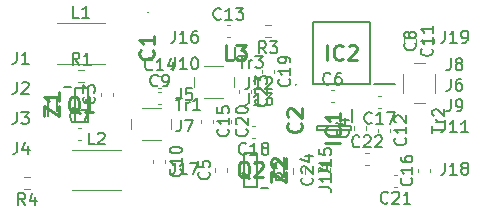
<source format=gbr>
%TF.GenerationSoftware,KiCad,Pcbnew,(5.1.9)-1*%
%TF.CreationDate,2021-08-27T14:21:39+03:00*%
%TF.ProjectId,Spina_SSM3J351,5370696e-615f-4535-934d-334a3335312e,rev?*%
%TF.SameCoordinates,Original*%
%TF.FileFunction,Legend,Top*%
%TF.FilePolarity,Positive*%
%FSLAX46Y46*%
G04 Gerber Fmt 4.6, Leading zero omitted, Abs format (unit mm)*
G04 Created by KiCad (PCBNEW (5.1.9)-1) date 2021-08-27 14:21:39*
%MOMM*%
%LPD*%
G01*
G04 APERTURE LIST*
%ADD10C,0.200000*%
%ADD11C,0.120000*%
%ADD12C,0.254000*%
%ADD13C,0.150000*%
G04 APERTURE END LIST*
D10*
%TO.C,C1*%
X71474800Y-113153200D02*
G75*
G03*
X71474800Y-113153200I-50000J0D01*
G01*
%TO.C,C2*%
X83997000Y-119301000D02*
G75*
G03*
X83997000Y-119301000I-50000J0D01*
G01*
D11*
%TO.C,C3*%
X68480400Y-120289367D02*
X68480400Y-119996833D01*
X67460400Y-120289367D02*
X67460400Y-119996833D01*
%TO.C,C4*%
X89943400Y-123108767D02*
X89943400Y-122816233D01*
X88923400Y-123108767D02*
X88923400Y-122816233D01*
%TO.C,C5*%
X78208600Y-126664767D02*
X78208600Y-126372233D01*
X77188600Y-126664767D02*
X77188600Y-126372233D01*
%TO.C,C6*%
X86950333Y-119759000D02*
X87242867Y-119759000D01*
X86950333Y-120779000D02*
X87242867Y-120779000D01*
%TO.C,C7*%
X65511633Y-122934000D02*
X65804167Y-122934000D01*
X65511633Y-123954000D02*
X65804167Y-123954000D01*
%TO.C,C8*%
X95658400Y-115742767D02*
X95658400Y-115450233D01*
X94638400Y-115742767D02*
X94638400Y-115450233D01*
%TO.C,C9*%
X72321033Y-120931400D02*
X72613567Y-120931400D01*
X72321033Y-119911400D02*
X72613567Y-119911400D01*
%TO.C,C10*%
X72950800Y-125658833D02*
X72950800Y-125951367D01*
X71930800Y-125658833D02*
X71930800Y-125951367D01*
%TO.C,C11*%
X94210600Y-115448033D02*
X94210600Y-115740567D01*
X93190600Y-115448033D02*
X93190600Y-115740567D01*
%TO.C,C12*%
X90955400Y-123019433D02*
X90955400Y-123311967D01*
X91975400Y-123019433D02*
X91975400Y-123311967D01*
%TO.C,C13*%
X78137633Y-114272600D02*
X78430167Y-114272600D01*
X78137633Y-115292600D02*
X78430167Y-115292600D01*
%TO.C,C14*%
X72321033Y-119559800D02*
X72613567Y-119559800D01*
X72321033Y-118539800D02*
X72613567Y-118539800D01*
%TO.C,C15*%
X76964000Y-122257433D02*
X76964000Y-122549967D01*
X75944000Y-122257433D02*
X75944000Y-122549967D01*
%TO.C,C16*%
X94333600Y-126715567D02*
X94333600Y-126423033D01*
X95353600Y-126715567D02*
X95353600Y-126423033D01*
%TO.C,C17*%
X91206367Y-120216200D02*
X90913833Y-120216200D01*
X91206367Y-121236200D02*
X90913833Y-121236200D01*
%TO.C,C18*%
X80563767Y-122832400D02*
X80271233Y-122832400D01*
X80563767Y-123852400D02*
X80271233Y-123852400D01*
%TO.C,C19*%
X81125600Y-118041033D02*
X81125600Y-118333567D01*
X82145600Y-118041033D02*
X82145600Y-118333567D01*
%TO.C,C20*%
X78538800Y-122257433D02*
X78538800Y-122549967D01*
X77518800Y-122257433D02*
X77518800Y-122549967D01*
%TO.C,C21*%
X92577967Y-127992600D02*
X92285433Y-127992600D01*
X92577967Y-126972600D02*
X92285433Y-126972600D01*
%TO.C,C22*%
X89872433Y-126087600D02*
X90164967Y-126087600D01*
X89872433Y-125067600D02*
X90164967Y-125067600D01*
%TO.C,C23*%
X80189800Y-119717433D02*
X80189800Y-120009967D01*
X79169800Y-119717433D02*
X79169800Y-120009967D01*
%TO.C,C24*%
X85900800Y-126664767D02*
X85900800Y-126372233D01*
X86920800Y-126664767D02*
X86920800Y-126372233D01*
D10*
%TO.C,IC1*%
X88733200Y-121386800D02*
X88733200Y-122486800D01*
X85748200Y-122836800D02*
X88648200Y-122836800D01*
X85748200Y-123136800D02*
X85748200Y-122836800D01*
X88648200Y-123136800D02*
X85748200Y-123136800D01*
X88648200Y-122836800D02*
X88648200Y-123136800D01*
%TO.C,L3*%
X78860400Y-117136400D02*
X78860400Y-116086400D01*
%TO.C,Q1*%
X64356000Y-119495600D02*
X64931000Y-119495600D01*
X65281000Y-122455600D02*
X65281000Y-119555600D01*
X66381000Y-122455600D02*
X65281000Y-122455600D01*
X66381000Y-119555600D02*
X66381000Y-122455600D01*
X65281000Y-119555600D02*
X66381000Y-119555600D01*
%TO.C,Q2*%
X80737800Y-127967400D02*
X79637800Y-127967400D01*
X79637800Y-127967400D02*
X79637800Y-125067400D01*
X79637800Y-125067400D02*
X80737800Y-125067400D01*
X80737800Y-125067400D02*
X80737800Y-127967400D01*
X81662800Y-128027400D02*
X81087800Y-128027400D01*
D11*
%TO.C,R1*%
X65583976Y-118044700D02*
X66093424Y-118044700D01*
X65583976Y-119089700D02*
X66093424Y-119089700D01*
%TO.C,R2*%
X83729300Y-126850224D02*
X83729300Y-126340776D01*
X84774300Y-126850224D02*
X84774300Y-126340776D01*
%TO.C,R3*%
X81892224Y-114234700D02*
X81382776Y-114234700D01*
X81892224Y-115279700D02*
X81382776Y-115279700D01*
%TO.C,R4*%
X61496024Y-127087100D02*
X60986576Y-127087100D01*
X61496024Y-128132100D02*
X60986576Y-128132100D01*
%TO.C,Tr1*%
X70052000Y-123089800D02*
X70052000Y-122189800D01*
X72552000Y-123989800D02*
X70952000Y-123989800D01*
X73452000Y-122189800D02*
X73452000Y-123089800D01*
X70952000Y-121289800D02*
X72552000Y-121289800D01*
%TO.C,Tr2*%
X95804000Y-118383000D02*
X95804000Y-119983000D01*
X94904000Y-120883000D02*
X94004000Y-120883000D01*
X93104000Y-119983000D02*
X93104000Y-118383000D01*
X94004000Y-117483000D02*
X94904000Y-117483000D01*
%TO.C,Tr3*%
X76260600Y-117716600D02*
X77860600Y-117716600D01*
X78760600Y-118616600D02*
X78760600Y-119516600D01*
X77860600Y-120416600D02*
X76260600Y-120416600D01*
X75360600Y-119516600D02*
X75360600Y-118616600D01*
D10*
%TO.C,Z1*%
X63798400Y-121516400D02*
X63798400Y-120316400D01*
X62998400Y-121966400D02*
X62998400Y-120316400D01*
%TO.C,Z2*%
X82975400Y-125442000D02*
X82975400Y-127092000D01*
X82175400Y-125892000D02*
X82175400Y-127092000D01*
%TO.C,IC2*%
X90284000Y-119256800D02*
X85484000Y-119256800D01*
X85484000Y-119256800D02*
X85484000Y-114016800D01*
X85484000Y-114016800D02*
X90284000Y-114016800D01*
X90284000Y-114016800D02*
X90284000Y-119256800D01*
X92384000Y-119216800D02*
X90634000Y-119216800D01*
D11*
%TO.C,L1*%
X63743636Y-117508600D02*
X67847764Y-117508600D01*
X63743636Y-114088600D02*
X67847764Y-114088600D01*
%TO.C,L2*%
X65064436Y-124807400D02*
X69168564Y-124807400D01*
X65064436Y-128227400D02*
X69168564Y-128227400D01*
%TO.C,C1*%
D12*
X71878371Y-116364866D02*
X71938847Y-116425342D01*
X71999323Y-116606771D01*
X71999323Y-116727723D01*
X71938847Y-116909152D01*
X71817895Y-117030104D01*
X71696942Y-117090580D01*
X71455038Y-117151057D01*
X71273609Y-117151057D01*
X71031704Y-117090580D01*
X70910752Y-117030104D01*
X70789800Y-116909152D01*
X70729323Y-116727723D01*
X70729323Y-116606771D01*
X70789800Y-116425342D01*
X70850276Y-116364866D01*
X71999323Y-115155342D02*
X71999323Y-115881057D01*
X71999323Y-115518200D02*
X70729323Y-115518200D01*
X70910752Y-115639152D01*
X71031704Y-115760104D01*
X71092180Y-115881057D01*
%TO.C,C2*%
X84400571Y-122512666D02*
X84461047Y-122573142D01*
X84521523Y-122754571D01*
X84521523Y-122875523D01*
X84461047Y-123056952D01*
X84340095Y-123177904D01*
X84219142Y-123238380D01*
X83977238Y-123298857D01*
X83795809Y-123298857D01*
X83553904Y-123238380D01*
X83432952Y-123177904D01*
X83312000Y-123056952D01*
X83251523Y-122875523D01*
X83251523Y-122754571D01*
X83312000Y-122573142D01*
X83372476Y-122512666D01*
X83372476Y-122028857D02*
X83312000Y-121968380D01*
X83251523Y-121847428D01*
X83251523Y-121545047D01*
X83312000Y-121424095D01*
X83372476Y-121363619D01*
X83493428Y-121303142D01*
X83614380Y-121303142D01*
X83795809Y-121363619D01*
X84521523Y-122089333D01*
X84521523Y-121303142D01*
%TO.C,C3*%
D13*
X66897542Y-120309766D02*
X66945161Y-120357385D01*
X66992780Y-120500242D01*
X66992780Y-120595480D01*
X66945161Y-120738338D01*
X66849923Y-120833576D01*
X66754685Y-120881195D01*
X66564209Y-120928814D01*
X66421352Y-120928814D01*
X66230876Y-120881195D01*
X66135638Y-120833576D01*
X66040400Y-120738338D01*
X65992780Y-120595480D01*
X65992780Y-120500242D01*
X66040400Y-120357385D01*
X66088019Y-120309766D01*
X65992780Y-119976433D02*
X65992780Y-119357385D01*
X66373733Y-119690719D01*
X66373733Y-119547861D01*
X66421352Y-119452623D01*
X66468971Y-119405004D01*
X66564209Y-119357385D01*
X66802304Y-119357385D01*
X66897542Y-119405004D01*
X66945161Y-119452623D01*
X66992780Y-119547861D01*
X66992780Y-119833576D01*
X66945161Y-119928814D01*
X66897542Y-119976433D01*
%TO.C,C4*%
X88360542Y-123129166D02*
X88408161Y-123176785D01*
X88455780Y-123319642D01*
X88455780Y-123414880D01*
X88408161Y-123557738D01*
X88312923Y-123652976D01*
X88217685Y-123700595D01*
X88027209Y-123748214D01*
X87884352Y-123748214D01*
X87693876Y-123700595D01*
X87598638Y-123652976D01*
X87503400Y-123557738D01*
X87455780Y-123414880D01*
X87455780Y-123319642D01*
X87503400Y-123176785D01*
X87551019Y-123129166D01*
X87789114Y-122272023D02*
X88455780Y-122272023D01*
X87408161Y-122510119D02*
X88122447Y-122748214D01*
X88122447Y-122129166D01*
%TO.C,C5*%
X76625742Y-126685166D02*
X76673361Y-126732785D01*
X76720980Y-126875642D01*
X76720980Y-126970880D01*
X76673361Y-127113738D01*
X76578123Y-127208976D01*
X76482885Y-127256595D01*
X76292409Y-127304214D01*
X76149552Y-127304214D01*
X75959076Y-127256595D01*
X75863838Y-127208976D01*
X75768600Y-127113738D01*
X75720980Y-126970880D01*
X75720980Y-126875642D01*
X75768600Y-126732785D01*
X75816219Y-126685166D01*
X75720980Y-125780404D02*
X75720980Y-126256595D01*
X76197171Y-126304214D01*
X76149552Y-126256595D01*
X76101933Y-126161357D01*
X76101933Y-125923261D01*
X76149552Y-125828023D01*
X76197171Y-125780404D01*
X76292409Y-125732785D01*
X76530504Y-125732785D01*
X76625742Y-125780404D01*
X76673361Y-125828023D01*
X76720980Y-125923261D01*
X76720980Y-126161357D01*
X76673361Y-126256595D01*
X76625742Y-126304214D01*
%TO.C,C6*%
X86929933Y-119196142D02*
X86882314Y-119243761D01*
X86739457Y-119291380D01*
X86644219Y-119291380D01*
X86501361Y-119243761D01*
X86406123Y-119148523D01*
X86358504Y-119053285D01*
X86310885Y-118862809D01*
X86310885Y-118719952D01*
X86358504Y-118529476D01*
X86406123Y-118434238D01*
X86501361Y-118339000D01*
X86644219Y-118291380D01*
X86739457Y-118291380D01*
X86882314Y-118339000D01*
X86929933Y-118386619D01*
X87787076Y-118291380D02*
X87596600Y-118291380D01*
X87501361Y-118339000D01*
X87453742Y-118386619D01*
X87358504Y-118529476D01*
X87310885Y-118719952D01*
X87310885Y-119100904D01*
X87358504Y-119196142D01*
X87406123Y-119243761D01*
X87501361Y-119291380D01*
X87691838Y-119291380D01*
X87787076Y-119243761D01*
X87834695Y-119196142D01*
X87882314Y-119100904D01*
X87882314Y-118862809D01*
X87834695Y-118767571D01*
X87787076Y-118719952D01*
X87691838Y-118672333D01*
X87501361Y-118672333D01*
X87406123Y-118719952D01*
X87358504Y-118767571D01*
X87310885Y-118862809D01*
%TO.C,C7*%
X65491233Y-122371142D02*
X65443614Y-122418761D01*
X65300757Y-122466380D01*
X65205519Y-122466380D01*
X65062661Y-122418761D01*
X64967423Y-122323523D01*
X64919804Y-122228285D01*
X64872185Y-122037809D01*
X64872185Y-121894952D01*
X64919804Y-121704476D01*
X64967423Y-121609238D01*
X65062661Y-121514000D01*
X65205519Y-121466380D01*
X65300757Y-121466380D01*
X65443614Y-121514000D01*
X65491233Y-121561619D01*
X65824566Y-121466380D02*
X66491233Y-121466380D01*
X66062661Y-122466380D01*
%TO.C,C8*%
X94075542Y-115763166D02*
X94123161Y-115810785D01*
X94170780Y-115953642D01*
X94170780Y-116048880D01*
X94123161Y-116191738D01*
X94027923Y-116286976D01*
X93932685Y-116334595D01*
X93742209Y-116382214D01*
X93599352Y-116382214D01*
X93408876Y-116334595D01*
X93313638Y-116286976D01*
X93218400Y-116191738D01*
X93170780Y-116048880D01*
X93170780Y-115953642D01*
X93218400Y-115810785D01*
X93266019Y-115763166D01*
X93599352Y-115191738D02*
X93551733Y-115286976D01*
X93504114Y-115334595D01*
X93408876Y-115382214D01*
X93361257Y-115382214D01*
X93266019Y-115334595D01*
X93218400Y-115286976D01*
X93170780Y-115191738D01*
X93170780Y-115001261D01*
X93218400Y-114906023D01*
X93266019Y-114858404D01*
X93361257Y-114810785D01*
X93408876Y-114810785D01*
X93504114Y-114858404D01*
X93551733Y-114906023D01*
X93599352Y-115001261D01*
X93599352Y-115191738D01*
X93646971Y-115286976D01*
X93694590Y-115334595D01*
X93789828Y-115382214D01*
X93980304Y-115382214D01*
X94075542Y-115334595D01*
X94123161Y-115286976D01*
X94170780Y-115191738D01*
X94170780Y-115001261D01*
X94123161Y-114906023D01*
X94075542Y-114858404D01*
X93980304Y-114810785D01*
X93789828Y-114810785D01*
X93694590Y-114858404D01*
X93646971Y-114906023D01*
X93599352Y-115001261D01*
%TO.C,C9*%
X72300633Y-119348542D02*
X72253014Y-119396161D01*
X72110157Y-119443780D01*
X72014919Y-119443780D01*
X71872061Y-119396161D01*
X71776823Y-119300923D01*
X71729204Y-119205685D01*
X71681585Y-119015209D01*
X71681585Y-118872352D01*
X71729204Y-118681876D01*
X71776823Y-118586638D01*
X71872061Y-118491400D01*
X72014919Y-118443780D01*
X72110157Y-118443780D01*
X72253014Y-118491400D01*
X72300633Y-118539019D01*
X72776823Y-119443780D02*
X72967300Y-119443780D01*
X73062538Y-119396161D01*
X73110157Y-119348542D01*
X73205395Y-119205685D01*
X73253014Y-119015209D01*
X73253014Y-118634257D01*
X73205395Y-118539019D01*
X73157776Y-118491400D01*
X73062538Y-118443780D01*
X72872061Y-118443780D01*
X72776823Y-118491400D01*
X72729204Y-118539019D01*
X72681585Y-118634257D01*
X72681585Y-118872352D01*
X72729204Y-118967590D01*
X72776823Y-119015209D01*
X72872061Y-119062828D01*
X73062538Y-119062828D01*
X73157776Y-119015209D01*
X73205395Y-118967590D01*
X73253014Y-118872352D01*
%TO.C,C10*%
X74227942Y-126447957D02*
X74275561Y-126495576D01*
X74323180Y-126638433D01*
X74323180Y-126733671D01*
X74275561Y-126876528D01*
X74180323Y-126971766D01*
X74085085Y-127019385D01*
X73894609Y-127067004D01*
X73751752Y-127067004D01*
X73561276Y-127019385D01*
X73466038Y-126971766D01*
X73370800Y-126876528D01*
X73323180Y-126733671D01*
X73323180Y-126638433D01*
X73370800Y-126495576D01*
X73418419Y-126447957D01*
X74323180Y-125495576D02*
X74323180Y-126067004D01*
X74323180Y-125781290D02*
X73323180Y-125781290D01*
X73466038Y-125876528D01*
X73561276Y-125971766D01*
X73608895Y-126067004D01*
X73323180Y-124876528D02*
X73323180Y-124781290D01*
X73370800Y-124686052D01*
X73418419Y-124638433D01*
X73513657Y-124590814D01*
X73704133Y-124543195D01*
X73942228Y-124543195D01*
X74132704Y-124590814D01*
X74227942Y-124638433D01*
X74275561Y-124686052D01*
X74323180Y-124781290D01*
X74323180Y-124876528D01*
X74275561Y-124971766D01*
X74227942Y-125019385D01*
X74132704Y-125067004D01*
X73942228Y-125114623D01*
X73704133Y-125114623D01*
X73513657Y-125067004D01*
X73418419Y-125019385D01*
X73370800Y-124971766D01*
X73323180Y-124876528D01*
%TO.C,C11*%
X95487742Y-116237157D02*
X95535361Y-116284776D01*
X95582980Y-116427633D01*
X95582980Y-116522871D01*
X95535361Y-116665728D01*
X95440123Y-116760966D01*
X95344885Y-116808585D01*
X95154409Y-116856204D01*
X95011552Y-116856204D01*
X94821076Y-116808585D01*
X94725838Y-116760966D01*
X94630600Y-116665728D01*
X94582980Y-116522871D01*
X94582980Y-116427633D01*
X94630600Y-116284776D01*
X94678219Y-116237157D01*
X95582980Y-115284776D02*
X95582980Y-115856204D01*
X95582980Y-115570490D02*
X94582980Y-115570490D01*
X94725838Y-115665728D01*
X94821076Y-115760966D01*
X94868695Y-115856204D01*
X95582980Y-114332395D02*
X95582980Y-114903823D01*
X95582980Y-114618109D02*
X94582980Y-114618109D01*
X94725838Y-114713347D01*
X94821076Y-114808585D01*
X94868695Y-114903823D01*
%TO.C,C12*%
X93252542Y-123808557D02*
X93300161Y-123856176D01*
X93347780Y-123999033D01*
X93347780Y-124094271D01*
X93300161Y-124237128D01*
X93204923Y-124332366D01*
X93109685Y-124379985D01*
X92919209Y-124427604D01*
X92776352Y-124427604D01*
X92585876Y-124379985D01*
X92490638Y-124332366D01*
X92395400Y-124237128D01*
X92347780Y-124094271D01*
X92347780Y-123999033D01*
X92395400Y-123856176D01*
X92443019Y-123808557D01*
X93347780Y-122856176D02*
X93347780Y-123427604D01*
X93347780Y-123141890D02*
X92347780Y-123141890D01*
X92490638Y-123237128D01*
X92585876Y-123332366D01*
X92633495Y-123427604D01*
X92443019Y-122475223D02*
X92395400Y-122427604D01*
X92347780Y-122332366D01*
X92347780Y-122094271D01*
X92395400Y-121999033D01*
X92443019Y-121951414D01*
X92538257Y-121903795D01*
X92633495Y-121903795D01*
X92776352Y-121951414D01*
X93347780Y-122522842D01*
X93347780Y-121903795D01*
%TO.C,C13*%
X77641042Y-113709742D02*
X77593423Y-113757361D01*
X77450566Y-113804980D01*
X77355328Y-113804980D01*
X77212471Y-113757361D01*
X77117233Y-113662123D01*
X77069614Y-113566885D01*
X77021995Y-113376409D01*
X77021995Y-113233552D01*
X77069614Y-113043076D01*
X77117233Y-112947838D01*
X77212471Y-112852600D01*
X77355328Y-112804980D01*
X77450566Y-112804980D01*
X77593423Y-112852600D01*
X77641042Y-112900219D01*
X78593423Y-113804980D02*
X78021995Y-113804980D01*
X78307709Y-113804980D02*
X78307709Y-112804980D01*
X78212471Y-112947838D01*
X78117233Y-113043076D01*
X78021995Y-113090695D01*
X78926757Y-112804980D02*
X79545804Y-112804980D01*
X79212471Y-113185933D01*
X79355328Y-113185933D01*
X79450566Y-113233552D01*
X79498185Y-113281171D01*
X79545804Y-113376409D01*
X79545804Y-113614504D01*
X79498185Y-113709742D01*
X79450566Y-113757361D01*
X79355328Y-113804980D01*
X79069614Y-113804980D01*
X78974376Y-113757361D01*
X78926757Y-113709742D01*
%TO.C,C14*%
X71824442Y-117976942D02*
X71776823Y-118024561D01*
X71633966Y-118072180D01*
X71538728Y-118072180D01*
X71395871Y-118024561D01*
X71300633Y-117929323D01*
X71253014Y-117834085D01*
X71205395Y-117643609D01*
X71205395Y-117500752D01*
X71253014Y-117310276D01*
X71300633Y-117215038D01*
X71395871Y-117119800D01*
X71538728Y-117072180D01*
X71633966Y-117072180D01*
X71776823Y-117119800D01*
X71824442Y-117167419D01*
X72776823Y-118072180D02*
X72205395Y-118072180D01*
X72491109Y-118072180D02*
X72491109Y-117072180D01*
X72395871Y-117215038D01*
X72300633Y-117310276D01*
X72205395Y-117357895D01*
X73633966Y-117405514D02*
X73633966Y-118072180D01*
X73395871Y-117024561D02*
X73157776Y-117738847D01*
X73776823Y-117738847D01*
%TO.C,C15*%
X78241142Y-123046557D02*
X78288761Y-123094176D01*
X78336380Y-123237033D01*
X78336380Y-123332271D01*
X78288761Y-123475128D01*
X78193523Y-123570366D01*
X78098285Y-123617985D01*
X77907809Y-123665604D01*
X77764952Y-123665604D01*
X77574476Y-123617985D01*
X77479238Y-123570366D01*
X77384000Y-123475128D01*
X77336380Y-123332271D01*
X77336380Y-123237033D01*
X77384000Y-123094176D01*
X77431619Y-123046557D01*
X78336380Y-122094176D02*
X78336380Y-122665604D01*
X78336380Y-122379890D02*
X77336380Y-122379890D01*
X77479238Y-122475128D01*
X77574476Y-122570366D01*
X77622095Y-122665604D01*
X77336380Y-121189414D02*
X77336380Y-121665604D01*
X77812571Y-121713223D01*
X77764952Y-121665604D01*
X77717333Y-121570366D01*
X77717333Y-121332271D01*
X77764952Y-121237033D01*
X77812571Y-121189414D01*
X77907809Y-121141795D01*
X78145904Y-121141795D01*
X78241142Y-121189414D01*
X78288761Y-121237033D01*
X78336380Y-121332271D01*
X78336380Y-121570366D01*
X78288761Y-121665604D01*
X78241142Y-121713223D01*
%TO.C,C16*%
X93770742Y-127212157D02*
X93818361Y-127259776D01*
X93865980Y-127402633D01*
X93865980Y-127497871D01*
X93818361Y-127640728D01*
X93723123Y-127735966D01*
X93627885Y-127783585D01*
X93437409Y-127831204D01*
X93294552Y-127831204D01*
X93104076Y-127783585D01*
X93008838Y-127735966D01*
X92913600Y-127640728D01*
X92865980Y-127497871D01*
X92865980Y-127402633D01*
X92913600Y-127259776D01*
X92961219Y-127212157D01*
X93865980Y-126259776D02*
X93865980Y-126831204D01*
X93865980Y-126545490D02*
X92865980Y-126545490D01*
X93008838Y-126640728D01*
X93104076Y-126735966D01*
X93151695Y-126831204D01*
X92865980Y-125402633D02*
X92865980Y-125593109D01*
X92913600Y-125688347D01*
X92961219Y-125735966D01*
X93104076Y-125831204D01*
X93294552Y-125878823D01*
X93675504Y-125878823D01*
X93770742Y-125831204D01*
X93818361Y-125783585D01*
X93865980Y-125688347D01*
X93865980Y-125497871D01*
X93818361Y-125402633D01*
X93770742Y-125355014D01*
X93675504Y-125307395D01*
X93437409Y-125307395D01*
X93342171Y-125355014D01*
X93294552Y-125402633D01*
X93246933Y-125497871D01*
X93246933Y-125688347D01*
X93294552Y-125783585D01*
X93342171Y-125831204D01*
X93437409Y-125878823D01*
%TO.C,C17*%
X90417242Y-122513342D02*
X90369623Y-122560961D01*
X90226766Y-122608580D01*
X90131528Y-122608580D01*
X89988671Y-122560961D01*
X89893433Y-122465723D01*
X89845814Y-122370485D01*
X89798195Y-122180009D01*
X89798195Y-122037152D01*
X89845814Y-121846676D01*
X89893433Y-121751438D01*
X89988671Y-121656200D01*
X90131528Y-121608580D01*
X90226766Y-121608580D01*
X90369623Y-121656200D01*
X90417242Y-121703819D01*
X91369623Y-122608580D02*
X90798195Y-122608580D01*
X91083909Y-122608580D02*
X91083909Y-121608580D01*
X90988671Y-121751438D01*
X90893433Y-121846676D01*
X90798195Y-121894295D01*
X91702957Y-121608580D02*
X92369623Y-121608580D01*
X91941052Y-122608580D01*
%TO.C,C18*%
X79774642Y-125129542D02*
X79727023Y-125177161D01*
X79584166Y-125224780D01*
X79488928Y-125224780D01*
X79346071Y-125177161D01*
X79250833Y-125081923D01*
X79203214Y-124986685D01*
X79155595Y-124796209D01*
X79155595Y-124653352D01*
X79203214Y-124462876D01*
X79250833Y-124367638D01*
X79346071Y-124272400D01*
X79488928Y-124224780D01*
X79584166Y-124224780D01*
X79727023Y-124272400D01*
X79774642Y-124320019D01*
X80727023Y-125224780D02*
X80155595Y-125224780D01*
X80441309Y-125224780D02*
X80441309Y-124224780D01*
X80346071Y-124367638D01*
X80250833Y-124462876D01*
X80155595Y-124510495D01*
X81298452Y-124653352D02*
X81203214Y-124605733D01*
X81155595Y-124558114D01*
X81107976Y-124462876D01*
X81107976Y-124415257D01*
X81155595Y-124320019D01*
X81203214Y-124272400D01*
X81298452Y-124224780D01*
X81488928Y-124224780D01*
X81584166Y-124272400D01*
X81631785Y-124320019D01*
X81679404Y-124415257D01*
X81679404Y-124462876D01*
X81631785Y-124558114D01*
X81584166Y-124605733D01*
X81488928Y-124653352D01*
X81298452Y-124653352D01*
X81203214Y-124700971D01*
X81155595Y-124748590D01*
X81107976Y-124843828D01*
X81107976Y-125034304D01*
X81155595Y-125129542D01*
X81203214Y-125177161D01*
X81298452Y-125224780D01*
X81488928Y-125224780D01*
X81584166Y-125177161D01*
X81631785Y-125129542D01*
X81679404Y-125034304D01*
X81679404Y-124843828D01*
X81631785Y-124748590D01*
X81584166Y-124700971D01*
X81488928Y-124653352D01*
%TO.C,C19*%
X83422742Y-118830157D02*
X83470361Y-118877776D01*
X83517980Y-119020633D01*
X83517980Y-119115871D01*
X83470361Y-119258728D01*
X83375123Y-119353966D01*
X83279885Y-119401585D01*
X83089409Y-119449204D01*
X82946552Y-119449204D01*
X82756076Y-119401585D01*
X82660838Y-119353966D01*
X82565600Y-119258728D01*
X82517980Y-119115871D01*
X82517980Y-119020633D01*
X82565600Y-118877776D01*
X82613219Y-118830157D01*
X83517980Y-117877776D02*
X83517980Y-118449204D01*
X83517980Y-118163490D02*
X82517980Y-118163490D01*
X82660838Y-118258728D01*
X82756076Y-118353966D01*
X82803695Y-118449204D01*
X83517980Y-117401585D02*
X83517980Y-117211109D01*
X83470361Y-117115871D01*
X83422742Y-117068252D01*
X83279885Y-116973014D01*
X83089409Y-116925395D01*
X82708457Y-116925395D01*
X82613219Y-116973014D01*
X82565600Y-117020633D01*
X82517980Y-117115871D01*
X82517980Y-117306347D01*
X82565600Y-117401585D01*
X82613219Y-117449204D01*
X82708457Y-117496823D01*
X82946552Y-117496823D01*
X83041790Y-117449204D01*
X83089409Y-117401585D01*
X83137028Y-117306347D01*
X83137028Y-117115871D01*
X83089409Y-117020633D01*
X83041790Y-116973014D01*
X82946552Y-116925395D01*
%TO.C,C20*%
X79815942Y-123046557D02*
X79863561Y-123094176D01*
X79911180Y-123237033D01*
X79911180Y-123332271D01*
X79863561Y-123475128D01*
X79768323Y-123570366D01*
X79673085Y-123617985D01*
X79482609Y-123665604D01*
X79339752Y-123665604D01*
X79149276Y-123617985D01*
X79054038Y-123570366D01*
X78958800Y-123475128D01*
X78911180Y-123332271D01*
X78911180Y-123237033D01*
X78958800Y-123094176D01*
X79006419Y-123046557D01*
X79006419Y-122665604D02*
X78958800Y-122617985D01*
X78911180Y-122522747D01*
X78911180Y-122284652D01*
X78958800Y-122189414D01*
X79006419Y-122141795D01*
X79101657Y-122094176D01*
X79196895Y-122094176D01*
X79339752Y-122141795D01*
X79911180Y-122713223D01*
X79911180Y-122094176D01*
X78911180Y-121475128D02*
X78911180Y-121379890D01*
X78958800Y-121284652D01*
X79006419Y-121237033D01*
X79101657Y-121189414D01*
X79292133Y-121141795D01*
X79530228Y-121141795D01*
X79720704Y-121189414D01*
X79815942Y-121237033D01*
X79863561Y-121284652D01*
X79911180Y-121379890D01*
X79911180Y-121475128D01*
X79863561Y-121570366D01*
X79815942Y-121617985D01*
X79720704Y-121665604D01*
X79530228Y-121713223D01*
X79292133Y-121713223D01*
X79101657Y-121665604D01*
X79006419Y-121617985D01*
X78958800Y-121570366D01*
X78911180Y-121475128D01*
%TO.C,C21*%
X91788842Y-129269742D02*
X91741223Y-129317361D01*
X91598366Y-129364980D01*
X91503128Y-129364980D01*
X91360271Y-129317361D01*
X91265033Y-129222123D01*
X91217414Y-129126885D01*
X91169795Y-128936409D01*
X91169795Y-128793552D01*
X91217414Y-128603076D01*
X91265033Y-128507838D01*
X91360271Y-128412600D01*
X91503128Y-128364980D01*
X91598366Y-128364980D01*
X91741223Y-128412600D01*
X91788842Y-128460219D01*
X92169795Y-128460219D02*
X92217414Y-128412600D01*
X92312652Y-128364980D01*
X92550747Y-128364980D01*
X92645985Y-128412600D01*
X92693604Y-128460219D01*
X92741223Y-128555457D01*
X92741223Y-128650695D01*
X92693604Y-128793552D01*
X92122176Y-129364980D01*
X92741223Y-129364980D01*
X93693604Y-129364980D02*
X93122176Y-129364980D01*
X93407890Y-129364980D02*
X93407890Y-128364980D01*
X93312652Y-128507838D01*
X93217414Y-128603076D01*
X93122176Y-128650695D01*
%TO.C,C22*%
X89375842Y-124504742D02*
X89328223Y-124552361D01*
X89185366Y-124599980D01*
X89090128Y-124599980D01*
X88947271Y-124552361D01*
X88852033Y-124457123D01*
X88804414Y-124361885D01*
X88756795Y-124171409D01*
X88756795Y-124028552D01*
X88804414Y-123838076D01*
X88852033Y-123742838D01*
X88947271Y-123647600D01*
X89090128Y-123599980D01*
X89185366Y-123599980D01*
X89328223Y-123647600D01*
X89375842Y-123695219D01*
X89756795Y-123695219D02*
X89804414Y-123647600D01*
X89899652Y-123599980D01*
X90137747Y-123599980D01*
X90232985Y-123647600D01*
X90280604Y-123695219D01*
X90328223Y-123790457D01*
X90328223Y-123885695D01*
X90280604Y-124028552D01*
X89709176Y-124599980D01*
X90328223Y-124599980D01*
X90709176Y-123695219D02*
X90756795Y-123647600D01*
X90852033Y-123599980D01*
X91090128Y-123599980D01*
X91185366Y-123647600D01*
X91232985Y-123695219D01*
X91280604Y-123790457D01*
X91280604Y-123885695D01*
X91232985Y-124028552D01*
X90661557Y-124599980D01*
X91280604Y-124599980D01*
%TO.C,C23*%
X81466942Y-120506557D02*
X81514561Y-120554176D01*
X81562180Y-120697033D01*
X81562180Y-120792271D01*
X81514561Y-120935128D01*
X81419323Y-121030366D01*
X81324085Y-121077985D01*
X81133609Y-121125604D01*
X80990752Y-121125604D01*
X80800276Y-121077985D01*
X80705038Y-121030366D01*
X80609800Y-120935128D01*
X80562180Y-120792271D01*
X80562180Y-120697033D01*
X80609800Y-120554176D01*
X80657419Y-120506557D01*
X80657419Y-120125604D02*
X80609800Y-120077985D01*
X80562180Y-119982747D01*
X80562180Y-119744652D01*
X80609800Y-119649414D01*
X80657419Y-119601795D01*
X80752657Y-119554176D01*
X80847895Y-119554176D01*
X80990752Y-119601795D01*
X81562180Y-120173223D01*
X81562180Y-119554176D01*
X80562180Y-119220842D02*
X80562180Y-118601795D01*
X80943133Y-118935128D01*
X80943133Y-118792271D01*
X80990752Y-118697033D01*
X81038371Y-118649414D01*
X81133609Y-118601795D01*
X81371704Y-118601795D01*
X81466942Y-118649414D01*
X81514561Y-118697033D01*
X81562180Y-118792271D01*
X81562180Y-119077985D01*
X81514561Y-119173223D01*
X81466942Y-119220842D01*
%TO.C,C24*%
X85337942Y-127161357D02*
X85385561Y-127208976D01*
X85433180Y-127351833D01*
X85433180Y-127447071D01*
X85385561Y-127589928D01*
X85290323Y-127685166D01*
X85195085Y-127732785D01*
X85004609Y-127780404D01*
X84861752Y-127780404D01*
X84671276Y-127732785D01*
X84576038Y-127685166D01*
X84480800Y-127589928D01*
X84433180Y-127447071D01*
X84433180Y-127351833D01*
X84480800Y-127208976D01*
X84528419Y-127161357D01*
X84528419Y-126780404D02*
X84480800Y-126732785D01*
X84433180Y-126637547D01*
X84433180Y-126399452D01*
X84480800Y-126304214D01*
X84528419Y-126256595D01*
X84623657Y-126208976D01*
X84718895Y-126208976D01*
X84861752Y-126256595D01*
X85433180Y-126828023D01*
X85433180Y-126208976D01*
X84766514Y-125351833D02*
X85433180Y-125351833D01*
X84385561Y-125589928D02*
X85099847Y-125828023D01*
X85099847Y-125208976D01*
%TO.C,IC1*%
D12*
X87772723Y-124226561D02*
X86502723Y-124226561D01*
X87651771Y-122896085D02*
X87712247Y-122956561D01*
X87772723Y-123137990D01*
X87772723Y-123258942D01*
X87712247Y-123440371D01*
X87591295Y-123561323D01*
X87470342Y-123621800D01*
X87228438Y-123682276D01*
X87047009Y-123682276D01*
X86805104Y-123621800D01*
X86684152Y-123561323D01*
X86563200Y-123440371D01*
X86502723Y-123258942D01*
X86502723Y-123137990D01*
X86563200Y-122956561D01*
X86623676Y-122896085D01*
X87772723Y-121686561D02*
X87772723Y-122412276D01*
X87772723Y-122049419D02*
X86502723Y-122049419D01*
X86684152Y-122170371D01*
X86805104Y-122291323D01*
X86865580Y-122412276D01*
%TO.C,L3*%
X78648733Y-117185923D02*
X78043971Y-117185923D01*
X78043971Y-115915923D01*
X78951114Y-115915923D02*
X79737304Y-115915923D01*
X79313971Y-116399733D01*
X79495400Y-116399733D01*
X79616352Y-116460209D01*
X79676828Y-116520685D01*
X79737304Y-116641638D01*
X79737304Y-116944019D01*
X79676828Y-117064971D01*
X79616352Y-117125447D01*
X79495400Y-117185923D01*
X79132542Y-117185923D01*
X79011590Y-117125447D01*
X78951114Y-117064971D01*
%TO.C,Q1*%
X65710047Y-121701076D02*
X65589095Y-121640600D01*
X65468142Y-121519647D01*
X65286714Y-121338219D01*
X65165761Y-121277742D01*
X65044809Y-121277742D01*
X65105285Y-121580123D02*
X64984333Y-121519647D01*
X64863380Y-121398695D01*
X64802904Y-121156790D01*
X64802904Y-120733457D01*
X64863380Y-120491552D01*
X64984333Y-120370600D01*
X65105285Y-120310123D01*
X65347190Y-120310123D01*
X65468142Y-120370600D01*
X65589095Y-120491552D01*
X65649571Y-120733457D01*
X65649571Y-121156790D01*
X65589095Y-121398695D01*
X65468142Y-121519647D01*
X65347190Y-121580123D01*
X65105285Y-121580123D01*
X66859095Y-121580123D02*
X66133380Y-121580123D01*
X66496238Y-121580123D02*
X66496238Y-120310123D01*
X66375285Y-120491552D01*
X66254333Y-120612504D01*
X66133380Y-120672980D01*
%TO.C,Q2*%
X80066847Y-127212876D02*
X79945895Y-127152400D01*
X79824942Y-127031447D01*
X79643514Y-126850019D01*
X79522561Y-126789542D01*
X79401609Y-126789542D01*
X79462085Y-127091923D02*
X79341133Y-127031447D01*
X79220180Y-126910495D01*
X79159704Y-126668590D01*
X79159704Y-126245257D01*
X79220180Y-126003352D01*
X79341133Y-125882400D01*
X79462085Y-125821923D01*
X79703990Y-125821923D01*
X79824942Y-125882400D01*
X79945895Y-126003352D01*
X80006371Y-126245257D01*
X80006371Y-126668590D01*
X79945895Y-126910495D01*
X79824942Y-127031447D01*
X79703990Y-127091923D01*
X79462085Y-127091923D01*
X80490180Y-125942876D02*
X80550657Y-125882400D01*
X80671609Y-125821923D01*
X80973990Y-125821923D01*
X81094942Y-125882400D01*
X81155419Y-125942876D01*
X81215895Y-126063828D01*
X81215895Y-126184780D01*
X81155419Y-126366209D01*
X80429704Y-127091923D01*
X81215895Y-127091923D01*
%TO.C,R1*%
D13*
X65672033Y-117589580D02*
X65338700Y-117113390D01*
X65100604Y-117589580D02*
X65100604Y-116589580D01*
X65481557Y-116589580D01*
X65576795Y-116637200D01*
X65624414Y-116684819D01*
X65672033Y-116780057D01*
X65672033Y-116922914D01*
X65624414Y-117018152D01*
X65576795Y-117065771D01*
X65481557Y-117113390D01*
X65100604Y-117113390D01*
X66624414Y-117589580D02*
X66052985Y-117589580D01*
X66338700Y-117589580D02*
X66338700Y-116589580D01*
X66243461Y-116732438D01*
X66148223Y-116827676D01*
X66052985Y-116875295D01*
%TO.C,R2*%
X83274180Y-126762166D02*
X82797990Y-127095500D01*
X83274180Y-127333595D02*
X82274180Y-127333595D01*
X82274180Y-126952642D01*
X82321800Y-126857404D01*
X82369419Y-126809785D01*
X82464657Y-126762166D01*
X82607514Y-126762166D01*
X82702752Y-126809785D01*
X82750371Y-126857404D01*
X82797990Y-126952642D01*
X82797990Y-127333595D01*
X82369419Y-126381214D02*
X82321800Y-126333595D01*
X82274180Y-126238357D01*
X82274180Y-126000261D01*
X82321800Y-125905023D01*
X82369419Y-125857404D01*
X82464657Y-125809785D01*
X82559895Y-125809785D01*
X82702752Y-125857404D01*
X83274180Y-126428833D01*
X83274180Y-125809785D01*
%TO.C,R3*%
X81470833Y-116639580D02*
X81137500Y-116163390D01*
X80899404Y-116639580D02*
X80899404Y-115639580D01*
X81280357Y-115639580D01*
X81375595Y-115687200D01*
X81423214Y-115734819D01*
X81470833Y-115830057D01*
X81470833Y-115972914D01*
X81423214Y-116068152D01*
X81375595Y-116115771D01*
X81280357Y-116163390D01*
X80899404Y-116163390D01*
X81804166Y-115639580D02*
X82423214Y-115639580D01*
X82089880Y-116020533D01*
X82232738Y-116020533D01*
X82327976Y-116068152D01*
X82375595Y-116115771D01*
X82423214Y-116211009D01*
X82423214Y-116449104D01*
X82375595Y-116544342D01*
X82327976Y-116591961D01*
X82232738Y-116639580D01*
X81947023Y-116639580D01*
X81851785Y-116591961D01*
X81804166Y-116544342D01*
%TO.C,R4*%
X61074633Y-129491980D02*
X60741300Y-129015790D01*
X60503204Y-129491980D02*
X60503204Y-128491980D01*
X60884157Y-128491980D01*
X60979395Y-128539600D01*
X61027014Y-128587219D01*
X61074633Y-128682457D01*
X61074633Y-128825314D01*
X61027014Y-128920552D01*
X60979395Y-128968171D01*
X60884157Y-129015790D01*
X60503204Y-129015790D01*
X61931776Y-128825314D02*
X61931776Y-129491980D01*
X61693680Y-128444361D02*
X61455585Y-129158647D01*
X62074633Y-129158647D01*
%TO.C,Tr1*%
X73826571Y-120434180D02*
X74398000Y-120434180D01*
X74112285Y-121434180D02*
X74112285Y-120434180D01*
X74731333Y-121434180D02*
X74731333Y-120767514D01*
X74731333Y-120957990D02*
X74778952Y-120862752D01*
X74826571Y-120815133D01*
X74921809Y-120767514D01*
X75017047Y-120767514D01*
X75874190Y-121434180D02*
X75302761Y-121434180D01*
X75588476Y-121434180D02*
X75588476Y-120434180D01*
X75493238Y-120577038D01*
X75398000Y-120672276D01*
X75302761Y-120719895D01*
%TO.C,Tr2*%
X95564380Y-123400428D02*
X95564380Y-122829000D01*
X96564380Y-123114714D02*
X95564380Y-123114714D01*
X96564380Y-122495666D02*
X95897714Y-122495666D01*
X96088190Y-122495666D02*
X95992952Y-122448047D01*
X95945333Y-122400428D01*
X95897714Y-122305190D01*
X95897714Y-122209952D01*
X95659619Y-121924238D02*
X95612000Y-121876619D01*
X95564380Y-121781380D01*
X95564380Y-121543285D01*
X95612000Y-121448047D01*
X95659619Y-121400428D01*
X95754857Y-121352809D01*
X95850095Y-121352809D01*
X95992952Y-121400428D01*
X96564380Y-121971857D01*
X96564380Y-121352809D01*
%TO.C,Tr3*%
X79135171Y-116860980D02*
X79706600Y-116860980D01*
X79420885Y-117860980D02*
X79420885Y-116860980D01*
X80039933Y-117860980D02*
X80039933Y-117194314D01*
X80039933Y-117384790D02*
X80087552Y-117289552D01*
X80135171Y-117241933D01*
X80230409Y-117194314D01*
X80325647Y-117194314D01*
X80563742Y-116860980D02*
X81182790Y-116860980D01*
X80849457Y-117241933D01*
X80992314Y-117241933D01*
X81087552Y-117289552D01*
X81135171Y-117337171D01*
X81182790Y-117432409D01*
X81182790Y-117670504D01*
X81135171Y-117765742D01*
X81087552Y-117813361D01*
X80992314Y-117860980D01*
X80706600Y-117860980D01*
X80611361Y-117813361D01*
X80563742Y-117765742D01*
%TO.C,Z1*%
D12*
X62702923Y-121944495D02*
X62702923Y-121097828D01*
X63972923Y-121944495D01*
X63972923Y-121097828D01*
X63972923Y-119948780D02*
X63972923Y-120674495D01*
X63972923Y-120311638D02*
X62702923Y-120311638D01*
X62884352Y-120432590D01*
X63005304Y-120553542D01*
X63065780Y-120674495D01*
%TO.C,Z2*%
X81879923Y-127520095D02*
X81879923Y-126673428D01*
X83149923Y-127520095D01*
X83149923Y-126673428D01*
X82000876Y-126250095D02*
X81940400Y-126189619D01*
X81879923Y-126068666D01*
X81879923Y-125766285D01*
X81940400Y-125645333D01*
X82000876Y-125584857D01*
X82121828Y-125524380D01*
X82242780Y-125524380D01*
X82424209Y-125584857D01*
X83149923Y-126310571D01*
X83149923Y-125524380D01*
%TO.C,IC2*%
X86644238Y-117211323D02*
X86644238Y-115941323D01*
X87974714Y-117090371D02*
X87914238Y-117150847D01*
X87732809Y-117211323D01*
X87611857Y-117211323D01*
X87430428Y-117150847D01*
X87309476Y-117029895D01*
X87249000Y-116908942D01*
X87188523Y-116667038D01*
X87188523Y-116485609D01*
X87249000Y-116243704D01*
X87309476Y-116122752D01*
X87430428Y-116001800D01*
X87611857Y-115941323D01*
X87732809Y-115941323D01*
X87914238Y-116001800D01*
X87974714Y-116062276D01*
X88458523Y-116062276D02*
X88519000Y-116001800D01*
X88639952Y-115941323D01*
X88942333Y-115941323D01*
X89063285Y-116001800D01*
X89123761Y-116062276D01*
X89184238Y-116183228D01*
X89184238Y-116304180D01*
X89123761Y-116485609D01*
X88398047Y-117211323D01*
X89184238Y-117211323D01*
%TO.C,L1*%
D13*
X65629033Y-113630980D02*
X65152842Y-113630980D01*
X65152842Y-112630980D01*
X66486176Y-113630980D02*
X65914747Y-113630980D01*
X66200461Y-113630980D02*
X66200461Y-112630980D01*
X66105223Y-112773838D01*
X66009985Y-112869076D01*
X65914747Y-112916695D01*
%TO.C,L2*%
X66949833Y-124349780D02*
X66473642Y-124349780D01*
X66473642Y-123349780D01*
X67235547Y-123445019D02*
X67283166Y-123397400D01*
X67378404Y-123349780D01*
X67616500Y-123349780D01*
X67711738Y-123397400D01*
X67759357Y-123445019D01*
X67806976Y-123540257D01*
X67806976Y-123635495D01*
X67759357Y-123778352D01*
X67187928Y-124349780D01*
X67806976Y-124349780D01*
%TO.C,J1*%
X60372666Y-116528980D02*
X60372666Y-117243266D01*
X60325047Y-117386123D01*
X60229809Y-117481361D01*
X60086952Y-117528980D01*
X59991714Y-117528980D01*
X61372666Y-117528980D02*
X60801238Y-117528980D01*
X61086952Y-117528980D02*
X61086952Y-116528980D01*
X60991714Y-116671838D01*
X60896476Y-116767076D01*
X60801238Y-116814695D01*
%TO.C,J2*%
X60372666Y-119078380D02*
X60372666Y-119792666D01*
X60325047Y-119935523D01*
X60229809Y-120030761D01*
X60086952Y-120078380D01*
X59991714Y-120078380D01*
X60801238Y-119173619D02*
X60848857Y-119126000D01*
X60944095Y-119078380D01*
X61182190Y-119078380D01*
X61277428Y-119126000D01*
X61325047Y-119173619D01*
X61372666Y-119268857D01*
X61372666Y-119364095D01*
X61325047Y-119506952D01*
X60753619Y-120078380D01*
X61372666Y-120078380D01*
%TO.C,J3*%
X60372666Y-121618380D02*
X60372666Y-122332666D01*
X60325047Y-122475523D01*
X60229809Y-122570761D01*
X60086952Y-122618380D01*
X59991714Y-122618380D01*
X60753619Y-121618380D02*
X61372666Y-121618380D01*
X61039333Y-121999333D01*
X61182190Y-121999333D01*
X61277428Y-122046952D01*
X61325047Y-122094571D01*
X61372666Y-122189809D01*
X61372666Y-122427904D01*
X61325047Y-122523142D01*
X61277428Y-122570761D01*
X61182190Y-122618380D01*
X60896476Y-122618380D01*
X60801238Y-122570761D01*
X60753619Y-122523142D01*
%TO.C,J4*%
X60398066Y-124158380D02*
X60398066Y-124872666D01*
X60350447Y-125015523D01*
X60255209Y-125110761D01*
X60112352Y-125158380D01*
X60017114Y-125158380D01*
X61302828Y-124491714D02*
X61302828Y-125158380D01*
X61064733Y-124110761D02*
X60826638Y-124825047D01*
X61445685Y-124825047D01*
%TO.C,J5*%
X74241066Y-119611780D02*
X74241066Y-120326066D01*
X74193447Y-120468923D01*
X74098209Y-120564161D01*
X73955352Y-120611780D01*
X73860114Y-120611780D01*
X75193447Y-119611780D02*
X74717257Y-119611780D01*
X74669638Y-120087971D01*
X74717257Y-120040352D01*
X74812495Y-119992733D01*
X75050590Y-119992733D01*
X75145828Y-120040352D01*
X75193447Y-120087971D01*
X75241066Y-120183209D01*
X75241066Y-120421304D01*
X75193447Y-120516542D01*
X75145828Y-120564161D01*
X75050590Y-120611780D01*
X74812495Y-120611780D01*
X74717257Y-120564161D01*
X74669638Y-120516542D01*
%TO.C,J6*%
X97101066Y-118799180D02*
X97101066Y-119513466D01*
X97053447Y-119656323D01*
X96958209Y-119751561D01*
X96815352Y-119799180D01*
X96720114Y-119799180D01*
X98005828Y-118799180D02*
X97815352Y-118799180D01*
X97720114Y-118846800D01*
X97672495Y-118894419D01*
X97577257Y-119037276D01*
X97529638Y-119227752D01*
X97529638Y-119608704D01*
X97577257Y-119703942D01*
X97624876Y-119751561D01*
X97720114Y-119799180D01*
X97910590Y-119799180D01*
X98005828Y-119751561D01*
X98053447Y-119703942D01*
X98101066Y-119608704D01*
X98101066Y-119370609D01*
X98053447Y-119275371D01*
X98005828Y-119227752D01*
X97910590Y-119180133D01*
X97720114Y-119180133D01*
X97624876Y-119227752D01*
X97577257Y-119275371D01*
X97529638Y-119370609D01*
%TO.C,J7*%
X74241066Y-122253580D02*
X74241066Y-122967866D01*
X74193447Y-123110723D01*
X74098209Y-123205961D01*
X73955352Y-123253580D01*
X73860114Y-123253580D01*
X74622019Y-122253580D02*
X75288685Y-122253580D01*
X74860114Y-123253580D01*
%TO.C,J8*%
X97101066Y-117071980D02*
X97101066Y-117786266D01*
X97053447Y-117929123D01*
X96958209Y-118024361D01*
X96815352Y-118071980D01*
X96720114Y-118071980D01*
X97720114Y-117500552D02*
X97624876Y-117452933D01*
X97577257Y-117405314D01*
X97529638Y-117310076D01*
X97529638Y-117262457D01*
X97577257Y-117167219D01*
X97624876Y-117119600D01*
X97720114Y-117071980D01*
X97910590Y-117071980D01*
X98005828Y-117119600D01*
X98053447Y-117167219D01*
X98101066Y-117262457D01*
X98101066Y-117310076D01*
X98053447Y-117405314D01*
X98005828Y-117452933D01*
X97910590Y-117500552D01*
X97720114Y-117500552D01*
X97624876Y-117548171D01*
X97577257Y-117595790D01*
X97529638Y-117691028D01*
X97529638Y-117881504D01*
X97577257Y-117976742D01*
X97624876Y-118024361D01*
X97720114Y-118071980D01*
X97910590Y-118071980D01*
X98005828Y-118024361D01*
X98053447Y-117976742D01*
X98101066Y-117881504D01*
X98101066Y-117691028D01*
X98053447Y-117595790D01*
X98005828Y-117548171D01*
X97910590Y-117500552D01*
%TO.C,J9*%
X97101066Y-120551780D02*
X97101066Y-121266066D01*
X97053447Y-121408923D01*
X96958209Y-121504161D01*
X96815352Y-121551780D01*
X96720114Y-121551780D01*
X97624876Y-121551780D02*
X97815352Y-121551780D01*
X97910590Y-121504161D01*
X97958209Y-121456542D01*
X98053447Y-121313685D01*
X98101066Y-121123209D01*
X98101066Y-120742257D01*
X98053447Y-120647019D01*
X98005828Y-120599400D01*
X97910590Y-120551780D01*
X97720114Y-120551780D01*
X97624876Y-120599400D01*
X97577257Y-120647019D01*
X97529638Y-120742257D01*
X97529638Y-120980352D01*
X97577257Y-121075590D01*
X97624876Y-121123209D01*
X97720114Y-121170828D01*
X97910590Y-121170828D01*
X98005828Y-121123209D01*
X98053447Y-121075590D01*
X98101066Y-120980352D01*
%TO.C,J10*%
X73764876Y-116995580D02*
X73764876Y-117709866D01*
X73717257Y-117852723D01*
X73622019Y-117947961D01*
X73479161Y-117995580D01*
X73383923Y-117995580D01*
X74764876Y-117995580D02*
X74193447Y-117995580D01*
X74479161Y-117995580D02*
X74479161Y-116995580D01*
X74383923Y-117138438D01*
X74288685Y-117233676D01*
X74193447Y-117281295D01*
X75383923Y-116995580D02*
X75479161Y-116995580D01*
X75574400Y-117043200D01*
X75622019Y-117090819D01*
X75669638Y-117186057D01*
X75717257Y-117376533D01*
X75717257Y-117614628D01*
X75669638Y-117805104D01*
X75622019Y-117900342D01*
X75574400Y-117947961D01*
X75479161Y-117995580D01*
X75383923Y-117995580D01*
X75288685Y-117947961D01*
X75241066Y-117900342D01*
X75193447Y-117805104D01*
X75145828Y-117614628D01*
X75145828Y-117376533D01*
X75193447Y-117186057D01*
X75241066Y-117090819D01*
X75288685Y-117043200D01*
X75383923Y-116995580D01*
%TO.C,J11*%
X96624876Y-122304380D02*
X96624876Y-123018666D01*
X96577257Y-123161523D01*
X96482019Y-123256761D01*
X96339161Y-123304380D01*
X96243923Y-123304380D01*
X97624876Y-123304380D02*
X97053447Y-123304380D01*
X97339161Y-123304380D02*
X97339161Y-122304380D01*
X97243923Y-122447238D01*
X97148685Y-122542476D01*
X97053447Y-122590095D01*
X98577257Y-123304380D02*
X98005828Y-123304380D01*
X98291542Y-123304380D02*
X98291542Y-122304380D01*
X98196304Y-122447238D01*
X98101066Y-122542476D01*
X98005828Y-122590095D01*
%TO.C,J12*%
X80038676Y-118672180D02*
X80038676Y-119386466D01*
X79991057Y-119529323D01*
X79895819Y-119624561D01*
X79752961Y-119672180D01*
X79657723Y-119672180D01*
X81038676Y-119672180D02*
X80467247Y-119672180D01*
X80752961Y-119672180D02*
X80752961Y-118672180D01*
X80657723Y-118815038D01*
X80562485Y-118910276D01*
X80467247Y-118957895D01*
X81419628Y-118767419D02*
X81467247Y-118719800D01*
X81562485Y-118672180D01*
X81800580Y-118672180D01*
X81895819Y-118719800D01*
X81943438Y-118767419D01*
X81991057Y-118862657D01*
X81991057Y-118957895D01*
X81943438Y-119100752D01*
X81372009Y-119672180D01*
X81991057Y-119672180D01*
%TO.C,J13*%
X80038676Y-120018380D02*
X80038676Y-120732666D01*
X79991057Y-120875523D01*
X79895819Y-120970761D01*
X79752961Y-121018380D01*
X79657723Y-121018380D01*
X81038676Y-121018380D02*
X80467247Y-121018380D01*
X80752961Y-121018380D02*
X80752961Y-120018380D01*
X80657723Y-120161238D01*
X80562485Y-120256476D01*
X80467247Y-120304095D01*
X81372009Y-120018380D02*
X81991057Y-120018380D01*
X81657723Y-120399333D01*
X81800580Y-120399333D01*
X81895819Y-120446952D01*
X81943438Y-120494571D01*
X81991057Y-120589809D01*
X81991057Y-120827904D01*
X81943438Y-120923142D01*
X81895819Y-120970761D01*
X81800580Y-121018380D01*
X81514866Y-121018380D01*
X81419628Y-120970761D01*
X81372009Y-120923142D01*
%TO.C,J14*%
X85982180Y-127961923D02*
X86696466Y-127961923D01*
X86839323Y-128009542D01*
X86934561Y-128104780D01*
X86982180Y-128247638D01*
X86982180Y-128342876D01*
X86982180Y-126961923D02*
X86982180Y-127533352D01*
X86982180Y-127247638D02*
X85982180Y-127247638D01*
X86125038Y-127342876D01*
X86220276Y-127438114D01*
X86267895Y-127533352D01*
X86315514Y-126104780D02*
X86982180Y-126104780D01*
X85934561Y-126342876D02*
X86648847Y-126580971D01*
X86648847Y-125961923D01*
%TO.C,J15*%
X85982380Y-126615723D02*
X86696666Y-126615723D01*
X86839523Y-126663342D01*
X86934761Y-126758580D01*
X86982380Y-126901438D01*
X86982380Y-126996676D01*
X86982380Y-125615723D02*
X86982380Y-126187152D01*
X86982380Y-125901438D02*
X85982380Y-125901438D01*
X86125238Y-125996676D01*
X86220476Y-126091914D01*
X86268095Y-126187152D01*
X85982380Y-124710961D02*
X85982380Y-125187152D01*
X86458571Y-125234771D01*
X86410952Y-125187152D01*
X86363333Y-125091914D01*
X86363333Y-124853819D01*
X86410952Y-124758580D01*
X86458571Y-124710961D01*
X86553809Y-124663342D01*
X86791904Y-124663342D01*
X86887142Y-124710961D01*
X86934761Y-124758580D01*
X86982380Y-124853819D01*
X86982380Y-125091914D01*
X86934761Y-125187152D01*
X86887142Y-125234771D01*
%TO.C,J16*%
X73764876Y-114734980D02*
X73764876Y-115449266D01*
X73717257Y-115592123D01*
X73622019Y-115687361D01*
X73479161Y-115734980D01*
X73383923Y-115734980D01*
X74764876Y-115734980D02*
X74193447Y-115734980D01*
X74479161Y-115734980D02*
X74479161Y-114734980D01*
X74383923Y-114877838D01*
X74288685Y-114973076D01*
X74193447Y-115020695D01*
X75622019Y-114734980D02*
X75431542Y-114734980D01*
X75336304Y-114782600D01*
X75288685Y-114830219D01*
X75193447Y-114973076D01*
X75145828Y-115163552D01*
X75145828Y-115544504D01*
X75193447Y-115639742D01*
X75241066Y-115687361D01*
X75336304Y-115734980D01*
X75526780Y-115734980D01*
X75622019Y-115687361D01*
X75669638Y-115639742D01*
X75717257Y-115544504D01*
X75717257Y-115306409D01*
X75669638Y-115211171D01*
X75622019Y-115163552D01*
X75526780Y-115115933D01*
X75336304Y-115115933D01*
X75241066Y-115163552D01*
X75193447Y-115211171D01*
X75145828Y-115306409D01*
%TO.C,J17*%
X73739476Y-125887380D02*
X73739476Y-126601666D01*
X73691857Y-126744523D01*
X73596619Y-126839761D01*
X73453761Y-126887380D01*
X73358523Y-126887380D01*
X74739476Y-126887380D02*
X74168047Y-126887380D01*
X74453761Y-126887380D02*
X74453761Y-125887380D01*
X74358523Y-126030238D01*
X74263285Y-126125476D01*
X74168047Y-126173095D01*
X75072809Y-125887380D02*
X75739476Y-125887380D01*
X75310904Y-126887380D01*
%TO.C,J18*%
X96624876Y-125912780D02*
X96624876Y-126627066D01*
X96577257Y-126769923D01*
X96482019Y-126865161D01*
X96339161Y-126912780D01*
X96243923Y-126912780D01*
X97624876Y-126912780D02*
X97053447Y-126912780D01*
X97339161Y-126912780D02*
X97339161Y-125912780D01*
X97243923Y-126055638D01*
X97148685Y-126150876D01*
X97053447Y-126198495D01*
X98196304Y-126341352D02*
X98101066Y-126293733D01*
X98053447Y-126246114D01*
X98005828Y-126150876D01*
X98005828Y-126103257D01*
X98053447Y-126008019D01*
X98101066Y-125960400D01*
X98196304Y-125912780D01*
X98386780Y-125912780D01*
X98482019Y-125960400D01*
X98529638Y-126008019D01*
X98577257Y-126103257D01*
X98577257Y-126150876D01*
X98529638Y-126246114D01*
X98482019Y-126293733D01*
X98386780Y-126341352D01*
X98196304Y-126341352D01*
X98101066Y-126388971D01*
X98053447Y-126436590D01*
X98005828Y-126531828D01*
X98005828Y-126722304D01*
X98053447Y-126817542D01*
X98101066Y-126865161D01*
X98196304Y-126912780D01*
X98386780Y-126912780D01*
X98482019Y-126865161D01*
X98529638Y-126817542D01*
X98577257Y-126722304D01*
X98577257Y-126531828D01*
X98529638Y-126436590D01*
X98482019Y-126388971D01*
X98386780Y-126341352D01*
%TO.C,J19*%
X96624876Y-114734980D02*
X96624876Y-115449266D01*
X96577257Y-115592123D01*
X96482019Y-115687361D01*
X96339161Y-115734980D01*
X96243923Y-115734980D01*
X97624876Y-115734980D02*
X97053447Y-115734980D01*
X97339161Y-115734980D02*
X97339161Y-114734980D01*
X97243923Y-114877838D01*
X97148685Y-114973076D01*
X97053447Y-115020695D01*
X98101066Y-115734980D02*
X98291542Y-115734980D01*
X98386780Y-115687361D01*
X98434400Y-115639742D01*
X98529638Y-115496885D01*
X98577257Y-115306409D01*
X98577257Y-114925457D01*
X98529638Y-114830219D01*
X98482019Y-114782600D01*
X98386780Y-114734980D01*
X98196304Y-114734980D01*
X98101066Y-114782600D01*
X98053447Y-114830219D01*
X98005828Y-114925457D01*
X98005828Y-115163552D01*
X98053447Y-115258790D01*
X98101066Y-115306409D01*
X98196304Y-115354028D01*
X98386780Y-115354028D01*
X98482019Y-115306409D01*
X98529638Y-115258790D01*
X98577257Y-115163552D01*
%TD*%
M02*

</source>
